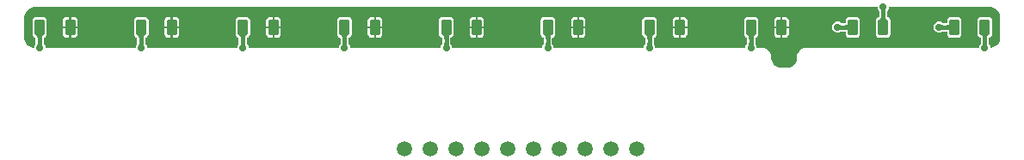
<source format=gtl>
G04*
G04 #@! TF.GenerationSoftware,Altium Limited,Altium Designer,22.6.1 (34)*
G04*
G04 Layer_Physical_Order=1*
G04 Layer_Color=255*
%FSTAX43Y43*%
%MOMM*%
G71*
G04*
G04 #@! TF.SameCoordinates,8B89C629-5D68-4BDA-90FB-FB159E748453*
G04*
G04*
G04 #@! TF.FilePolarity,Positive*
G04*
G01*
G75*
G04:AMPARAMS|DCode=13|XSize=1.6mm|YSize=1mm|CornerRadius=0.125mm|HoleSize=0mm|Usage=FLASHONLY|Rotation=90.000|XOffset=0mm|YOffset=0mm|HoleType=Round|Shape=RoundedRectangle|*
%AMROUNDEDRECTD13*
21,1,1.600,0.750,0,0,90.0*
21,1,1.350,1.000,0,0,90.0*
1,1,0.250,0.375,0.675*
1,1,0.250,0.375,-0.675*
1,1,0.250,-0.375,-0.675*
1,1,0.250,-0.375,0.675*
%
%ADD13ROUNDEDRECTD13*%
%ADD14C,0.400*%
%ADD15C,1.500*%
%ADD16C,0.700*%
G36*
X0128292Y0040962D02*
X0128474Y0040886D01*
X0128637Y0040777D01*
X0128777Y0040637D01*
X0128886Y0040474D01*
X0128962Y0040292D01*
X0129Y0040098D01*
X0129Y004D01*
X0129Y003795D01*
X0129Y003795D01*
X0129Y0037856D01*
X0128964Y0037673D01*
X0128892Y00375D01*
X0128788Y0037344D01*
X0128656Y0037212D01*
X01285Y0037108D01*
X0128327Y0037036D01*
X0128144Y0037D01*
X012805Y0037D01*
Y0037109D01*
X0127966Y0037312D01*
X0127913Y0037365D01*
X0127912Y0037371D01*
X012791Y0037383D01*
X0127908Y0037415D01*
Y0037892D01*
X012791Y0037922D01*
X0127918Y0037966D01*
X0127926Y0037998D01*
X0127929Y0038004D01*
X0128002Y0038019D01*
X0128109Y0038091D01*
X0128181Y0038198D01*
X0128206Y0038325D01*
Y0039675D01*
X0128181Y0039802D01*
X0128109Y0039909D01*
X0128002Y0039981D01*
X0127875Y0040006D01*
X0127125D01*
X0126998Y0039981D01*
X0126891Y0039909D01*
X0126819Y0039802D01*
X0126794Y0039675D01*
Y0038325D01*
X0126819Y0038198D01*
X0126891Y0038091D01*
X0126998Y0038019D01*
X0127071Y0038004D01*
X0127074Y0037998D01*
X0127082Y0037966D01*
X012709Y0037922D01*
X0127092Y0037892D01*
Y0037407D01*
X012709Y0037385D01*
X0127088Y0037371D01*
X0127087Y0037365D01*
X0127034Y0037312D01*
X012695Y0037109D01*
Y0037D01*
X011D01*
Y0037D01*
X0109902Y0036995D01*
X010971Y0036957D01*
X0109529Y0036882D01*
X0109366Y0036773D01*
X0109227Y0036634D01*
X0109118Y0036471D01*
X0109043Y003629D01*
X0109005Y0036098D01*
X0109Y0036D01*
X0109Y0036D01*
X0109Y0036D01*
X0109Y0035902D01*
X0108962Y0035708D01*
X0108886Y0035526D01*
X0108777Y0035363D01*
X0108637Y0035223D01*
X0108474Y0035114D01*
X0108292Y0035038D01*
X0108098Y0035D01*
X0108Y0035D01*
X01075D01*
X0107401Y0035D01*
X0107208Y0035038D01*
X0107026Y0035114D01*
X0106863Y0035223D01*
X0106723Y0035363D01*
X0106614Y0035526D01*
X0106538Y0035708D01*
X01065Y0035902D01*
X01065Y0036D01*
X01065D01*
X0106495Y0036098D01*
X0106457Y003629D01*
X0106382Y0036471D01*
X0106273Y0036634D01*
X0106134Y0036773D01*
X0105971Y0036882D01*
X010579Y0036957D01*
X0105598Y0036995D01*
X01055Y0037D01*
X010505D01*
Y0037109D01*
X0104966Y0037312D01*
X0104913Y0037365D01*
X0104912Y0037371D01*
X010491Y0037383D01*
X0104908Y0037415D01*
Y0037892D01*
X010491Y0037922D01*
X0104918Y0037966D01*
X0104926Y0037998D01*
X0104929Y0038004D01*
X0105002Y0038019D01*
X0105109Y0038091D01*
X0105181Y0038198D01*
X0105206Y0038325D01*
Y0039675D01*
X0105181Y0039802D01*
X0105109Y0039909D01*
X0105002Y0039981D01*
X0104875Y0040006D01*
X0104125D01*
X0103998Y0039981D01*
X0103891Y0039909D01*
X0103819Y0039802D01*
X0103794Y0039675D01*
Y0038325D01*
X0103819Y0038198D01*
X0103891Y0038091D01*
X0103998Y0038019D01*
X0104071Y0038004D01*
X0104074Y0037998D01*
X0104082Y0037966D01*
X010409Y0037922D01*
X0104092Y0037892D01*
Y0037407D01*
X010409Y0037385D01*
X0104088Y0037371D01*
X0104087Y0037365D01*
X0104034Y0037312D01*
X010395Y0037109D01*
Y0037D01*
X009505D01*
Y0037109D01*
X0094966Y0037312D01*
X0094913Y0037365D01*
X0094912Y0037371D01*
X009491Y0037383D01*
X0094908Y0037415D01*
Y0037892D01*
X009491Y0037922D01*
X0094918Y0037966D01*
X0094926Y0037998D01*
X0094929Y0038004D01*
X0095002Y0038019D01*
X0095109Y0038091D01*
X0095181Y0038198D01*
X0095206Y0038325D01*
Y0039675D01*
X0095181Y0039802D01*
X0095109Y0039909D01*
X0095002Y0039981D01*
X0094875Y0040006D01*
X0094125D01*
X0093998Y0039981D01*
X0093891Y0039909D01*
X0093819Y0039802D01*
X0093794Y0039675D01*
Y0038325D01*
X0093819Y0038198D01*
X0093891Y0038091D01*
X0093998Y0038019D01*
X0094071Y0038004D01*
X0094074Y0037998D01*
X0094082Y0037966D01*
X009409Y0037922D01*
X0094092Y0037892D01*
Y0037407D01*
X009409Y0037385D01*
X0094088Y0037371D01*
X0094087Y0037365D01*
X0094034Y0037312D01*
X009395Y0037109D01*
Y0037D01*
X008505Y0037D01*
Y0037109D01*
X0084966Y0037312D01*
X0084913Y0037365D01*
X0084912Y0037371D01*
X008491Y0037383D01*
X0084908Y0037415D01*
Y0037892D01*
X008491Y0037922D01*
X0084918Y0037966D01*
X0084926Y0037998D01*
X0084929Y0038004D01*
X0085002Y0038019D01*
X0085109Y0038091D01*
X0085181Y0038198D01*
X0085206Y0038325D01*
Y0039675D01*
X0085181Y0039802D01*
X0085109Y0039909D01*
X0085002Y0039981D01*
X0084875Y0040006D01*
X0084125D01*
X0083998Y0039981D01*
X0083891Y0039909D01*
X0083819Y0039802D01*
X0083794Y0039675D01*
Y0038325D01*
X0083819Y0038198D01*
X0083891Y0038091D01*
X0083998Y0038019D01*
X0084071Y0038004D01*
X0084074Y0037998D01*
X0084082Y0037966D01*
X008409Y0037922D01*
X0084092Y0037892D01*
Y0037407D01*
X008409Y0037385D01*
X0084088Y0037371D01*
X0084087Y0037365D01*
X0084034Y0037312D01*
X008395Y0037109D01*
Y0037D01*
X007505D01*
Y0037109D01*
X0074966Y0037312D01*
X0074913Y0037365D01*
X0074912Y0037371D01*
X007491Y0037383D01*
X0074908Y0037415D01*
Y0037892D01*
X007491Y0037922D01*
X0074918Y0037966D01*
X0074926Y0037998D01*
X0074929Y0038004D01*
X0075002Y0038019D01*
X0075109Y0038091D01*
X0075181Y0038198D01*
X0075206Y0038325D01*
Y0039675D01*
X0075181Y0039802D01*
X0075109Y0039909D01*
X0075002Y0039981D01*
X0074875Y0040006D01*
X0074125D01*
X0073998Y0039981D01*
X0073891Y0039909D01*
X0073819Y0039802D01*
X0073794Y0039675D01*
Y0038325D01*
X0073819Y0038198D01*
X0073891Y0038091D01*
X0073998Y0038019D01*
X0074071Y0038004D01*
X0074074Y0037998D01*
X0074082Y0037966D01*
X007409Y0037922D01*
X0074092Y0037892D01*
Y0037407D01*
X007409Y0037385D01*
X0074088Y0037371D01*
X0074087Y0037365D01*
X0074034Y0037312D01*
X007395Y0037109D01*
Y0037D01*
X006505D01*
Y0037109D01*
X0064966Y0037312D01*
X0064913Y0037365D01*
X0064912Y0037371D01*
X006491Y0037383D01*
X0064908Y0037415D01*
Y0037892D01*
X006491Y0037922D01*
X0064918Y0037966D01*
X0064926Y0037998D01*
X0064929Y0038004D01*
X0065002Y0038019D01*
X0065109Y0038091D01*
X0065181Y0038198D01*
X0065206Y0038325D01*
Y0039675D01*
X0065181Y0039802D01*
X0065109Y0039909D01*
X0065002Y0039981D01*
X0064875Y0040006D01*
X0064125D01*
X0063998Y0039981D01*
X0063891Y0039909D01*
X0063819Y0039802D01*
X0063794Y0039675D01*
Y0038325D01*
X0063819Y0038198D01*
X0063891Y0038091D01*
X0063998Y0038019D01*
X0064071Y0038004D01*
X0064074Y0037998D01*
X0064082Y0037966D01*
X006409Y0037922D01*
X0064092Y0037892D01*
Y0037407D01*
X006409Y0037385D01*
X0064088Y0037371D01*
X0064087Y0037365D01*
X0064034Y0037312D01*
X006395Y0037109D01*
Y0037D01*
X005505D01*
Y0037109D01*
X0054966Y0037312D01*
X0054913Y0037365D01*
X0054912Y0037371D01*
X005491Y0037383D01*
X0054908Y0037415D01*
Y0037892D01*
X005491Y0037922D01*
X0054918Y0037966D01*
X0054926Y0037998D01*
X0054929Y0038004D01*
X0055002Y0038019D01*
X0055109Y0038091D01*
X0055181Y0038198D01*
X0055206Y0038325D01*
Y0039675D01*
X0055181Y0039802D01*
X0055109Y0039909D01*
X0055002Y0039981D01*
X0054875Y0040006D01*
X0054125D01*
X0053998Y0039981D01*
X0053891Y0039909D01*
X0053819Y0039802D01*
X0053794Y0039675D01*
Y0038325D01*
X0053819Y0038198D01*
X0053891Y0038091D01*
X0053998Y0038019D01*
X0054071Y0038004D01*
X0054074Y0037998D01*
X0054082Y0037966D01*
X005409Y0037922D01*
X0054092Y0037892D01*
Y0037407D01*
X005409Y0037385D01*
X0054088Y0037371D01*
X0054087Y0037365D01*
X0054034Y0037312D01*
X005395Y0037109D01*
Y0037D01*
X0048889Y0037D01*
X004505D01*
Y0037109D01*
X0044966Y0037312D01*
X0044913Y0037365D01*
X0044912Y0037371D01*
X004491Y0037383D01*
X0044908Y0037415D01*
Y0037892D01*
X004491Y0037922D01*
X0044918Y0037966D01*
X0044926Y0037998D01*
X0044929Y0038004D01*
X0045002Y0038019D01*
X0045109Y0038091D01*
X0045181Y0038198D01*
X0045206Y0038325D01*
Y0039675D01*
X0045181Y0039802D01*
X0045109Y0039909D01*
X0045002Y0039981D01*
X0044875Y0040006D01*
X0044125D01*
X0043998Y0039981D01*
X0043891Y0039909D01*
X0043819Y0039802D01*
X0043794Y0039675D01*
Y0038325D01*
X0043819Y0038198D01*
X0043891Y0038091D01*
X0043998Y0038019D01*
X0044071Y0038004D01*
X0044074Y0037998D01*
X0044082Y0037966D01*
X004409Y0037922D01*
X0044092Y0037892D01*
Y0037407D01*
X004409Y0037385D01*
X0044088Y0037371D01*
X0044087Y0037365D01*
X0044034Y0037312D01*
X004395Y0037109D01*
Y0037D01*
X003505D01*
Y0037109D01*
X0034966Y0037312D01*
X0034913Y0037365D01*
X0034912Y0037371D01*
X003491Y0037383D01*
X0034908Y0037415D01*
Y0037892D01*
X003491Y0037922D01*
X0034918Y0037966D01*
X0034926Y0037998D01*
X0034929Y0038004D01*
X0035002Y0038019D01*
X0035109Y0038091D01*
X0035181Y0038198D01*
X0035206Y0038325D01*
Y0039675D01*
X0035181Y0039802D01*
X0035109Y0039909D01*
X0035002Y0039981D01*
X0034875Y0040006D01*
X0034125D01*
X0033998Y0039981D01*
X0033891Y0039909D01*
X0033819Y0039802D01*
X0033794Y0039675D01*
Y0038325D01*
X0033819Y0038198D01*
X0033891Y0038091D01*
X0033998Y0038019D01*
X0034071Y0038004D01*
X0034074Y0037998D01*
X0034082Y0037966D01*
X003409Y0037922D01*
X0034092Y0037892D01*
Y0037407D01*
X003409Y0037385D01*
X0034088Y0037371D01*
X0034087Y0037365D01*
X0034034Y0037312D01*
X003395Y0037109D01*
Y0037D01*
X0033856D01*
X0033673Y0037036D01*
X00335Y0037108D01*
X0033344Y0037212D01*
X0033212Y0037344D01*
X0033108Y00375D01*
X0033037Y0037673D01*
X0033Y0037856D01*
Y003795D01*
Y0038D01*
X0033Y004D01*
Y0040098D01*
X0033038Y0040292D01*
X0033114Y0040474D01*
X0033223Y0040637D01*
X0033363Y0040777D01*
X0033526Y0040886D01*
X0033708Y0040962D01*
X0033902Y0041D01*
X0034Y0041D01*
X0108Y0041D01*
X011695D01*
Y0040891D01*
X0117034Y0040688D01*
X0117087Y0040635D01*
X0117088Y0040629D01*
X011709Y0040617D01*
X0117092Y0040585D01*
Y0040108D01*
X011709Y0040078D01*
X0117082Y0040034D01*
X0117074Y0040002D01*
X0117071Y0039996D01*
X0116998Y0039981D01*
X0116891Y0039909D01*
X0116819Y0039802D01*
X0116794Y0039675D01*
Y0038325D01*
X0116819Y0038198D01*
X0116891Y0038091D01*
X0116998Y0038019D01*
X0117125Y0037994D01*
X0117875D01*
X0118002Y0038019D01*
X0118109Y0038091D01*
X0118181Y0038198D01*
X0118206Y0038325D01*
Y0039675D01*
X0118181Y0039802D01*
X0118109Y0039909D01*
X0118002Y0039981D01*
X0117929Y0039996D01*
X0117926Y0040002D01*
X0117918Y0040034D01*
X011791Y0040078D01*
X0117908Y0040108D01*
Y0040593D01*
X011791Y0040615D01*
X0117912Y0040629D01*
X0117913Y0040635D01*
X0117966Y0040688D01*
X011805Y0040891D01*
Y0041D01*
X0128D01*
X0128Y0041D01*
X0128098Y0041D01*
X0128292Y0040962D01*
D02*
G37*
G36*
X0117736Y004074D02*
X0117729Y0040726D01*
X0117722Y0040709D01*
X0117716Y0040689D01*
X0117711Y0040666D01*
X0117707Y004064D01*
X0117702Y0040578D01*
X01177Y0040503D01*
X01173D01*
X01173Y0040542D01*
X0117293Y004064D01*
X0117289Y0040666D01*
X0117284Y0040689D01*
X0117278Y0040709D01*
X0117271Y0040726D01*
X0117264Y004074D01*
X0117255Y004075D01*
X0117745D01*
X0117736Y004074D01*
D02*
G37*
G36*
X0117702Y0040122D02*
X0117708Y0040052D01*
X0117718Y0039991D01*
X0117732Y0039938D01*
X011775Y0039893D01*
X0117772Y0039857D01*
X0117798Y0039828D01*
X0117828Y0039808D01*
X0117862Y0039795D01*
X0117899Y0039791D01*
X0117101Y0039791D01*
X0117138Y0039795D01*
X0117172Y0039808D01*
X0117202Y0039828D01*
X0117228Y0039857D01*
X011725Y0039893D01*
X0117268Y0039938D01*
X0117282Y0039991D01*
X0117292Y0040052D01*
X0117298Y0040122D01*
X01173Y0040199D01*
X01177D01*
X0117702Y0040122D01*
D02*
G37*
G36*
X0127899Y0038209D02*
X0127862Y0038205D01*
X0127828Y0038192D01*
X0127798Y0038172D01*
X0127772Y0038143D01*
X012775Y0038107D01*
X0127732Y0038062D01*
X0127718Y0038009D01*
X0127708Y0037948D01*
X0127702Y0037878D01*
X01277Y0037801D01*
X01273D01*
X0127298Y0037878D01*
X0127292Y0037948D01*
X0127282Y0038009D01*
X0127268Y0038062D01*
X012725Y0038107D01*
X0127228Y0038143D01*
X0127202Y0038172D01*
X0127172Y0038192D01*
X0127138Y0038205D01*
X0127101Y0038209D01*
X0127899Y0038209D01*
D02*
G37*
G36*
X0104862Y0038205D02*
X0104828Y0038192D01*
X0104798Y0038172D01*
X0104772Y0038143D01*
X010475Y0038107D01*
X0104732Y0038062D01*
X0104718Y0038009D01*
X0104708Y0037948D01*
X0104702Y0037878D01*
X01047Y0037801D01*
X01043D01*
X0104298Y0037878D01*
X0104292Y0037948D01*
X0104282Y0038009D01*
X0104268Y0038062D01*
X010425Y0038107D01*
X0104228Y0038143D01*
X0104202Y0038172D01*
X0104172Y0038192D01*
X0104138Y0038205D01*
X0104101Y0038209D01*
X0104899D01*
X0104862Y0038205D01*
D02*
G37*
G36*
X0094862D02*
X0094828Y0038192D01*
X0094798Y0038172D01*
X0094772Y0038143D01*
X009475Y0038107D01*
X0094732Y0038062D01*
X0094718Y0038009D01*
X0094708Y0037948D01*
X0094702Y0037878D01*
X00947Y0037801D01*
X00943D01*
X0094298Y0037878D01*
X0094292Y0037948D01*
X0094282Y0038009D01*
X0094268Y0038062D01*
X009425Y0038107D01*
X0094228Y0038143D01*
X0094202Y0038172D01*
X0094172Y0038192D01*
X0094138Y0038205D01*
X0094101Y0038209D01*
X0094899D01*
X0094862Y0038205D01*
D02*
G37*
G36*
X0084862D02*
X0084828Y0038192D01*
X0084798Y0038172D01*
X0084772Y0038143D01*
X008475Y0038107D01*
X0084732Y0038062D01*
X0084718Y0038009D01*
X0084708Y0037948D01*
X0084702Y0037878D01*
X00847Y0037801D01*
X00843D01*
X0084298Y0037878D01*
X0084292Y0037948D01*
X0084282Y0038009D01*
X0084268Y0038062D01*
X008425Y0038107D01*
X0084228Y0038143D01*
X0084202Y0038172D01*
X0084172Y0038192D01*
X0084138Y0038205D01*
X0084101Y0038209D01*
X0084899D01*
X0084862Y0038205D01*
D02*
G37*
G36*
X0074862D02*
X0074828Y0038192D01*
X0074798Y0038172D01*
X0074772Y0038143D01*
X007475Y0038107D01*
X0074732Y0038062D01*
X0074718Y0038009D01*
X0074708Y0037948D01*
X0074702Y0037878D01*
X00747Y0037801D01*
X00743D01*
X0074298Y0037878D01*
X0074292Y0037948D01*
X0074282Y0038009D01*
X0074268Y0038062D01*
X007425Y0038107D01*
X0074228Y0038143D01*
X0074202Y0038172D01*
X0074172Y0038192D01*
X0074138Y0038205D01*
X0074101Y0038209D01*
X0074899Y0038209D01*
X0074862Y0038205D01*
D02*
G37*
G36*
X0064862D02*
X0064828Y0038192D01*
X0064798Y0038172D01*
X0064772Y0038143D01*
X006475Y0038107D01*
X0064732Y0038062D01*
X0064718Y0038009D01*
X0064708Y0037948D01*
X0064702Y0037878D01*
X00647Y0037801D01*
X00643D01*
X0064298Y0037878D01*
X0064292Y0037948D01*
X0064282Y0038009D01*
X0064268Y0038062D01*
X006425Y0038107D01*
X0064228Y0038143D01*
X0064202Y0038172D01*
X0064172Y0038192D01*
X0064138Y0038205D01*
X0064101Y0038209D01*
X0064899D01*
X0064862Y0038205D01*
D02*
G37*
G36*
X0054862D02*
X0054828Y0038192D01*
X0054798Y0038172D01*
X0054772Y0038143D01*
X005475Y0038107D01*
X0054732Y0038062D01*
X0054718Y0038009D01*
X0054708Y0037948D01*
X0054702Y0037878D01*
X00547Y0037801D01*
X00543D01*
X0054298Y0037878D01*
X0054292Y0037948D01*
X0054282Y0038009D01*
X0054268Y0038062D01*
X005425Y0038107D01*
X0054228Y0038143D01*
X0054202Y0038172D01*
X0054172Y0038192D01*
X0054138Y0038205D01*
X0054101Y0038209D01*
X0054899Y0038209D01*
X0054862Y0038205D01*
D02*
G37*
G36*
X0044862D02*
X0044828Y0038192D01*
X0044798Y0038172D01*
X0044772Y0038143D01*
X004475Y0038107D01*
X0044732Y0038062D01*
X0044718Y0038009D01*
X0044708Y0037948D01*
X0044702Y0037878D01*
X00447Y0037801D01*
X00443D01*
X0044298Y0037878D01*
X0044292Y0037948D01*
X0044282Y0038009D01*
X0044268Y0038062D01*
X004425Y0038107D01*
X0044228Y0038143D01*
X0044202Y0038172D01*
X0044172Y0038192D01*
X0044138Y0038205D01*
X0044101Y0038209D01*
X0044899Y0038209D01*
X0044862Y0038205D01*
D02*
G37*
G36*
X0034862D02*
X0034828Y0038192D01*
X0034798Y0038172D01*
X0034772Y0038143D01*
X003475Y0038107D01*
X0034732Y0038062D01*
X0034718Y0038009D01*
X0034708Y0037948D01*
X0034702Y0037878D01*
X00347Y0037801D01*
X00343D01*
X0034298Y0037878D01*
X0034292Y0037948D01*
X0034282Y0038009D01*
X0034268Y0038062D01*
X003425Y0038107D01*
X0034228Y0038143D01*
X0034202Y0038172D01*
X0034172Y0038192D01*
X0034138Y0038205D01*
X0034101Y0038209D01*
X0034899Y0038209D01*
X0034862Y0038205D01*
D02*
G37*
G36*
X01277Y0037458D02*
X0127707Y003736D01*
X0127711Y0037334D01*
X0127716Y0037311D01*
X0127722Y0037291D01*
X0127729Y0037274D01*
X0127736Y003726D01*
X0127745Y003725D01*
X0127255D01*
X0127264Y003726D01*
X0127271Y0037274D01*
X0127278Y0037291D01*
X0127284Y0037311D01*
X0127289Y0037334D01*
X0127293Y003736D01*
X0127298Y0037422D01*
X01273Y0037497D01*
X01277D01*
X01277Y0037458D01*
D02*
G37*
G36*
X00747D02*
X0074707Y003736D01*
X0074711Y0037334D01*
X0074716Y0037311D01*
X0074722Y0037291D01*
X0074729Y0037274D01*
X0074736Y003726D01*
X0074745Y003725D01*
X0074255D01*
X0074264Y003726D01*
X0074271Y0037274D01*
X0074278Y0037291D01*
X0074284Y0037311D01*
X0074289Y0037334D01*
X0074293Y003736D01*
X0074298Y0037422D01*
X00743Y0037497D01*
X00747D01*
X00747Y0037458D01*
D02*
G37*
G36*
X00647D02*
X0064707Y003736D01*
X0064711Y0037334D01*
X0064716Y0037311D01*
X0064722Y0037291D01*
X0064729Y0037274D01*
X0064736Y003726D01*
X0064745Y003725D01*
X0064255D01*
X0064264Y003726D01*
X0064271Y0037274D01*
X0064278Y0037291D01*
X0064284Y0037311D01*
X0064289Y0037334D01*
X0064293Y003736D01*
X0064298Y0037422D01*
X00643Y0037497D01*
X00647D01*
X00647Y0037458D01*
D02*
G37*
G36*
X00547D02*
X0054707Y003736D01*
X0054711Y0037334D01*
X0054716Y0037311D01*
X0054722Y0037291D01*
X0054729Y0037274D01*
X0054736Y003726D01*
X0054745Y003725D01*
X0054255D01*
X0054264Y003726D01*
X0054271Y0037274D01*
X0054278Y0037291D01*
X0054284Y0037311D01*
X0054289Y0037334D01*
X0054293Y003736D01*
X0054298Y0037422D01*
X00543Y0037497D01*
X00547D01*
X00547Y0037458D01*
D02*
G37*
G36*
X00447D02*
X0044707Y003736D01*
X0044711Y0037334D01*
X0044716Y0037311D01*
X0044722Y0037291D01*
X0044729Y0037274D01*
X0044736Y003726D01*
X0044745Y003725D01*
X0044255D01*
X0044264Y003726D01*
X0044271Y0037274D01*
X0044278Y0037291D01*
X0044284Y0037311D01*
X0044289Y0037334D01*
X0044293Y003736D01*
X0044298Y0037422D01*
X00443Y0037497D01*
X00447D01*
X00447Y0037458D01*
D02*
G37*
G36*
X00347D02*
X0034707Y003736D01*
X0034711Y0037334D01*
X0034716Y0037311D01*
X0034722Y0037291D01*
X0034729Y0037274D01*
X0034736Y003726D01*
X0034745Y003725D01*
X0034255D01*
X0034264Y003726D01*
X0034271Y0037274D01*
X0034278Y0037291D01*
X0034284Y0037311D01*
X0034289Y0037334D01*
X0034293Y003736D01*
X0034298Y0037422D01*
X00343Y0037497D01*
X00347D01*
X00347Y0037458D01*
D02*
G37*
G36*
X01047Y0037458D02*
X0104707Y003736D01*
X0104711Y0037334D01*
X0104716Y0037311D01*
X0104722Y0037291D01*
X0104729Y0037274D01*
X0104736Y003726D01*
X0104745Y003725D01*
X0104255Y003725D01*
X0104264Y003726D01*
X0104271Y0037274D01*
X0104278Y0037291D01*
X0104284Y0037311D01*
X0104289Y0037334D01*
X0104293Y003736D01*
X0104298Y0037422D01*
X01043Y0037497D01*
X01047Y0037497D01*
X01047Y0037458D01*
D02*
G37*
G36*
X00947D02*
X0094707Y003736D01*
X0094711Y0037334D01*
X0094716Y0037311D01*
X0094722Y0037291D01*
X0094729Y0037274D01*
X0094736Y003726D01*
X0094745Y003725D01*
X0094255Y003725D01*
X0094264Y003726D01*
X0094271Y0037274D01*
X0094278Y0037291D01*
X0094284Y0037311D01*
X0094289Y0037334D01*
X0094293Y003736D01*
X0094298Y0037422D01*
X00943Y0037497D01*
X00947Y0037497D01*
X00947Y0037458D01*
D02*
G37*
G36*
X00847D02*
X0084707Y003736D01*
X0084711Y0037334D01*
X0084716Y0037311D01*
X0084722Y0037291D01*
X0084729Y0037274D01*
X0084736Y003726D01*
X0084745Y003725D01*
X0084255Y003725D01*
X0084264Y003726D01*
X0084271Y0037274D01*
X0084278Y0037291D01*
X0084284Y0037311D01*
X0084289Y0037334D01*
X0084293Y003736D01*
X0084298Y0037422D01*
X00843Y0037497D01*
X00847Y0037497D01*
X00847Y0037458D01*
D02*
G37*
%LPC*%
G36*
X0124875Y0040006D02*
X0124125D01*
X0123998Y0039981D01*
X0123891Y0039909D01*
X0123819Y0039802D01*
X0123794Y0039675D01*
Y0039426D01*
X0123763Y0039418D01*
X012372Y003941D01*
X012369Y0039408D01*
X0123407D01*
X0123385Y003941D01*
X0123371Y0039412D01*
X0123365Y0039413D01*
X0123312Y0039466D01*
X0123109Y003955D01*
X0122891D01*
X0122688Y0039466D01*
X0122534Y0039312D01*
X012245Y0039109D01*
Y0038891D01*
X0122534Y0038688D01*
X0122688Y0038534D01*
X0122891Y003845D01*
X0123109D01*
X0123312Y0038534D01*
X0123365Y0038587D01*
X0123371Y0038588D01*
X0123383Y003859D01*
X0123415Y0038592D01*
X012369D01*
X012372Y003859D01*
X0123763Y0038582D01*
X0123794Y0038574D01*
Y0038325D01*
X0123819Y0038198D01*
X0123891Y0038091D01*
X0123998Y0038019D01*
X0124125Y0037994D01*
X0124875D01*
X0125002Y0038019D01*
X0125109Y0038091D01*
X0125181Y0038198D01*
X0125206Y0038325D01*
Y0039675D01*
X0125181Y0039802D01*
X0125109Y0039909D01*
X0125002Y0039981D01*
X0124875Y0040006D01*
D02*
G37*
G36*
X0114875D02*
X0114125D01*
X0113998Y0039981D01*
X0113891Y0039909D01*
X0113819Y0039802D01*
X0113794Y0039675D01*
Y0039426D01*
X0113763Y0039418D01*
X011372Y003941D01*
X011369Y0039408D01*
X0113407D01*
X0113385Y003941D01*
X0113371Y0039412D01*
X0113365Y0039413D01*
X0113312Y0039466D01*
X0113109Y003955D01*
X0112891D01*
X0112688Y0039466D01*
X0112534Y0039312D01*
X011245Y0039109D01*
Y0038891D01*
X0112534Y0038688D01*
X0112688Y0038534D01*
X0112891Y003845D01*
X0113109D01*
X0113312Y0038534D01*
X0113365Y0038587D01*
X0113371Y0038588D01*
X0113383Y003859D01*
X0113415Y0038592D01*
X011369D01*
X011372Y003859D01*
X0113763Y0038582D01*
X0113794Y0038574D01*
Y0038325D01*
X0113819Y0038198D01*
X0113891Y0038091D01*
X0113998Y0038019D01*
X0114125Y0037994D01*
X0114875D01*
X0115002Y0038019D01*
X0115109Y0038091D01*
X0115181Y0038198D01*
X0115206Y0038325D01*
Y0039675D01*
X0115181Y0039802D01*
X0115109Y0039909D01*
X0115002Y0039981D01*
X0114875Y0040006D01*
D02*
G37*
G36*
X0067875D02*
X00676D01*
Y00391D01*
X0068206D01*
Y0039675D01*
X0068181Y0039802D01*
X0068109Y0039909D01*
X0068002Y0039981D01*
X0067875Y0040006D01*
D02*
G37*
G36*
X0057875D02*
X00576D01*
Y00391D01*
X0058206D01*
Y0039675D01*
X0058181Y0039802D01*
X0058109Y0039909D01*
X0058002Y0039981D01*
X0057875Y0040006D01*
D02*
G37*
G36*
X0047875D02*
X00476D01*
Y00391D01*
X0048206D01*
Y0039675D01*
X0048181Y0039802D01*
X0048109Y0039909D01*
X0048002Y0039981D01*
X0047875Y0040006D01*
D02*
G37*
G36*
X00674D02*
X0067125D01*
X0066998Y0039981D01*
X0066891Y0039909D01*
X0066819Y0039802D01*
X0066794Y0039675D01*
Y00391D01*
X00674D01*
Y0040006D01*
D02*
G37*
G36*
X00574D02*
X0057125D01*
X0056998Y0039981D01*
X0056891Y0039909D01*
X0056819Y0039802D01*
X0056794Y0039675D01*
Y00391D01*
X00574D01*
Y0040006D01*
D02*
G37*
G36*
X00474D02*
X0047125D01*
X0046998Y0039981D01*
X0046891Y0039909D01*
X0046819Y0039802D01*
X0046794Y0039675D01*
Y00391D01*
X00474D01*
Y0040006D01*
D02*
G37*
G36*
X0077875D02*
X00776D01*
Y00391D01*
X0078206D01*
Y0039675D01*
X0078181Y0039802D01*
X0078109Y0039909D01*
X0078002Y0039981D01*
X0077875Y0040006D01*
D02*
G37*
G36*
X0107875D02*
X01076D01*
Y00391D01*
X0108206D01*
Y0039675D01*
X0108181Y0039802D01*
X0108109Y0039909D01*
X0108002Y0039981D01*
X0107875Y0040006D01*
D02*
G37*
G36*
X0097875D02*
X00976D01*
Y00391D01*
X0098206D01*
Y0039675D01*
X0098181Y0039802D01*
X0098109Y0039909D01*
X0098002Y0039981D01*
X0097875Y0040006D01*
D02*
G37*
G36*
X0087875D02*
X00876D01*
Y00391D01*
X0088206D01*
Y0039675D01*
X0088181Y0039802D01*
X0088109Y0039909D01*
X0088002Y0039981D01*
X0087875Y0040006D01*
D02*
G37*
G36*
X0037875D02*
X00376D01*
Y00391D01*
X0038206D01*
Y0039675D01*
X0038181Y0039802D01*
X0038109Y0039909D01*
X0038002Y0039981D01*
X0037875Y0040006D01*
D02*
G37*
G36*
X01074D02*
X0107125D01*
X0106998Y0039981D01*
X0106891Y0039909D01*
X0106819Y0039802D01*
X0106794Y0039675D01*
Y00391D01*
X01074D01*
Y0040006D01*
D02*
G37*
G36*
X00974D02*
X0097125D01*
X0096998Y0039981D01*
X0096891Y0039909D01*
X0096819Y0039802D01*
X0096794Y0039675D01*
Y00391D01*
X00974D01*
Y0040006D01*
D02*
G37*
G36*
X00874D02*
X0087125D01*
X0086998Y0039981D01*
X0086891Y0039909D01*
X0086819Y0039802D01*
X0086794Y0039675D01*
Y00391D01*
X00874D01*
Y0040006D01*
D02*
G37*
G36*
X00774D02*
X0077125D01*
X0076998Y0039981D01*
X0076891Y0039909D01*
X0076819Y0039802D01*
X0076794Y0039675D01*
Y00391D01*
X00774D01*
Y0040006D01*
D02*
G37*
G36*
X00374D02*
X0037125D01*
X0036998Y0039981D01*
X0036891Y0039909D01*
X0036819Y0039802D01*
X0036794Y0039675D01*
Y00391D01*
X00374D01*
Y0040006D01*
D02*
G37*
G36*
X0108206Y00389D02*
X01076D01*
Y0037994D01*
X0107875D01*
X0108002Y0038019D01*
X0108109Y0038091D01*
X0108181Y0038198D01*
X0108206Y0038325D01*
Y00389D01*
D02*
G37*
G36*
X01074D02*
X0106794D01*
Y0038325D01*
X0106819Y0038198D01*
X0106891Y0038091D01*
X0106998Y0038019D01*
X0107125Y0037994D01*
X01074D01*
Y00389D01*
D02*
G37*
G36*
X0098206D02*
X00976D01*
Y0037994D01*
X0097875D01*
X0098002Y0038019D01*
X0098109Y0038091D01*
X0098181Y0038198D01*
X0098206Y0038325D01*
Y00389D01*
D02*
G37*
G36*
X00974D02*
X0096794D01*
Y0038325D01*
X0096819Y0038198D01*
X0096891Y0038091D01*
X0096998Y0038019D01*
X0097125Y0037994D01*
X00974D01*
Y00389D01*
D02*
G37*
G36*
X0088206D02*
X00876D01*
Y0037994D01*
X0087875D01*
X0088002Y0038019D01*
X0088109Y0038091D01*
X0088181Y0038198D01*
X0088206Y0038325D01*
Y00389D01*
D02*
G37*
G36*
X00874D02*
X0086794D01*
Y0038325D01*
X0086819Y0038198D01*
X0086891Y0038091D01*
X0086998Y0038019D01*
X0087125Y0037994D01*
X00874D01*
Y00389D01*
D02*
G37*
G36*
X0078206D02*
X00776D01*
Y0037994D01*
X0077875D01*
X0078002Y0038019D01*
X0078109Y0038091D01*
X0078181Y0038198D01*
X0078206Y0038325D01*
Y00389D01*
D02*
G37*
G36*
X00774D02*
X0076794D01*
Y0038325D01*
X0076819Y0038198D01*
X0076891Y0038091D01*
X0076998Y0038019D01*
X0077125Y0037994D01*
X00774D01*
Y00389D01*
D02*
G37*
G36*
X0068206Y00389D02*
X00676D01*
Y0037994D01*
X0067875D01*
X0068002Y0038019D01*
X0068109Y0038091D01*
X0068181Y0038198D01*
X0068206Y0038325D01*
Y00389D01*
D02*
G37*
G36*
X00674D02*
X0066794D01*
Y0038325D01*
X0066819Y0038198D01*
X0066891Y0038091D01*
X0066998Y0038019D01*
X0067125Y0037994D01*
X00674D01*
Y00389D01*
D02*
G37*
G36*
X0058206D02*
X00576D01*
Y0037994D01*
X0057875D01*
X0058002Y0038019D01*
X0058109Y0038091D01*
X0058181Y0038198D01*
X0058206Y0038325D01*
Y00389D01*
D02*
G37*
G36*
X00574D02*
X0056794D01*
Y0038325D01*
X0056819Y0038198D01*
X0056891Y0038091D01*
X0056998Y0038019D01*
X0057125Y0037994D01*
X00574D01*
Y00389D01*
D02*
G37*
G36*
X0048206D02*
X00476D01*
Y0037994D01*
X0047875D01*
X0048002Y0038019D01*
X0048109Y0038091D01*
X0048181Y0038198D01*
X0048206Y0038325D01*
Y00389D01*
D02*
G37*
G36*
X00474D02*
X0046794D01*
Y0038325D01*
X0046819Y0038198D01*
X0046891Y0038091D01*
X0046998Y0038019D01*
X0047125Y0037994D01*
X00474D01*
Y00389D01*
D02*
G37*
G36*
X0038206Y00389D02*
X00376D01*
Y0037994D01*
X0037875D01*
X0038002Y0038019D01*
X0038109Y0038091D01*
X0038181Y0038198D01*
X0038206Y0038325D01*
Y00389D01*
D02*
G37*
G36*
X00374D02*
X0036794D01*
Y0038325D01*
X0036819Y0038198D01*
X0036891Y0038091D01*
X0036998Y0038019D01*
X0037125Y0037994D01*
X00374D01*
Y00389D01*
D02*
G37*
%LPD*%
G36*
X012326Y0039236D02*
X0123274Y0039229D01*
X0123291Y0039222D01*
X0123311Y0039216D01*
X0123334Y0039211D01*
X012336Y0039207D01*
X0123422Y0039202D01*
X0123497Y00392D01*
Y00388D01*
X0123458Y00388D01*
X012336Y0038793D01*
X0123334Y0038789D01*
X0123311Y0038784D01*
X0123291Y0038778D01*
X0123274Y0038771D01*
X012326Y0038764D01*
X012325Y0038755D01*
Y0039245D01*
X012326Y0039236D01*
D02*
G37*
G36*
X0124004Y00386D02*
X0124Y0038638D01*
X0123988Y0038672D01*
X0123967Y0038702D01*
X0123939Y0038728D01*
X0123903Y003875D01*
X0123859Y0038768D01*
X0123806Y0038782D01*
X0123746Y0038792D01*
X0123677Y0038798D01*
X0123601Y00388D01*
Y00392D01*
X0123677Y0039202D01*
X0123746Y0039208D01*
X0123806Y0039218D01*
X0123859Y0039232D01*
X0123903Y003925D01*
X0123939Y0039272D01*
X0123967Y0039298D01*
X0123988Y0039328D01*
X0124Y0039362D01*
X0124004Y00394D01*
Y00386D01*
D02*
G37*
G36*
X011326Y0039236D02*
X0113274Y0039229D01*
X0113291Y0039222D01*
X0113311Y0039216D01*
X0113334Y0039211D01*
X011336Y0039207D01*
X0113422Y0039202D01*
X0113497Y00392D01*
Y00388D01*
X0113458Y00388D01*
X011336Y0038793D01*
X0113334Y0038789D01*
X0113311Y0038784D01*
X0113291Y0038778D01*
X0113274Y0038771D01*
X011326Y0038764D01*
X011325Y0038755D01*
Y0039245D01*
X011326Y0039236D01*
D02*
G37*
G36*
X0114004Y00386D02*
X0114Y0038638D01*
X0113988Y0038672D01*
X0113967Y0038702D01*
X0113939Y0038728D01*
X0113903Y003875D01*
X0113859Y0038768D01*
X0113806Y0038782D01*
X0113746Y0038792D01*
X0113677Y0038798D01*
X0113601Y00388D01*
Y00392D01*
X0113677Y0039202D01*
X0113746Y0039208D01*
X0113806Y0039218D01*
X0113859Y0039232D01*
X0113903Y003925D01*
X0113939Y0039272D01*
X0113967Y0039298D01*
X0113988Y0039328D01*
X0114Y0039362D01*
X0114004Y00394D01*
Y00386D01*
D02*
G37*
D13*
X00345Y0039D02*
D03*
X00375D02*
D03*
X01145D02*
D03*
X01175D02*
D03*
X01245D02*
D03*
X01275D02*
D03*
X00445D02*
D03*
X00475D02*
D03*
X00545D02*
D03*
X00575D02*
D03*
X00645D02*
D03*
X00675D02*
D03*
X00745D02*
D03*
X00775D02*
D03*
X00845D02*
D03*
X00875D02*
D03*
X00945D02*
D03*
X00975D02*
D03*
X01045D02*
D03*
X01075D02*
D03*
D14*
X01275Y0039D02*
X01275Y0039D01*
X01275Y0037D02*
Y0039D01*
X0123Y0039D02*
X01245D01*
X01175Y0039D02*
Y0041D01*
Y0039D02*
X01175Y0039D01*
X0113D02*
X01145D01*
X01045Y0037D02*
X01045Y0037D01*
X01045Y0037D02*
Y0039D01*
X00945Y0037D02*
Y0039D01*
Y0037D02*
X00945Y0037D01*
X00845Y0037D02*
X00845Y0037D01*
X00845Y0037D02*
Y0039D01*
X00745D02*
X00745Y0039D01*
Y0037D02*
Y0039D01*
X00645Y0037D02*
Y0039D01*
X00545Y0037D02*
Y0039D01*
X00545Y0039D02*
X00545Y0039D01*
X00445Y0039D02*
X00445Y0039D01*
Y0037D02*
Y0039D01*
X00345Y0039D02*
X00345Y0039D01*
X00345Y0039D02*
X00345Y0039D01*
Y0037D02*
Y0039D01*
D15*
X007037Y0027D02*
D03*
X007291D02*
D03*
X007545D02*
D03*
X007799D02*
D03*
X008053D02*
D03*
X008307D02*
D03*
X008561D02*
D03*
X008815D02*
D03*
X009323D02*
D03*
X009069D02*
D03*
D16*
X01075Y00355D02*
D03*
X01275Y0037D02*
D03*
X0123Y0039D02*
D03*
X01175Y0041D02*
D03*
X0113Y0039D02*
D03*
X01045Y0037D02*
D03*
X00945D02*
D03*
X00845D02*
D03*
X00745D02*
D03*
X00645D02*
D03*
X00545D02*
D03*
X00445D02*
D03*
X00345D02*
D03*
X01075Y00365D02*
D03*
M02*

</source>
